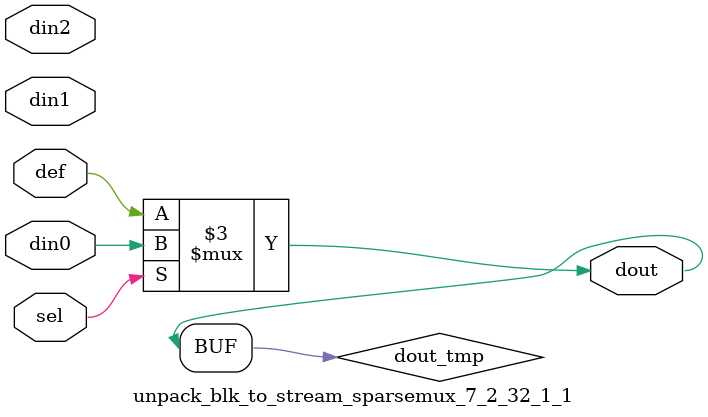
<source format=v>
`timescale 1ns / 1ps

module unpack_blk_to_stream_sparsemux_7_2_32_1_1 (din0,din1,din2,def,sel,dout);

parameter din0_WIDTH = 1;

parameter din1_WIDTH = 1;

parameter din2_WIDTH = 1;

parameter def_WIDTH = 1;
parameter sel_WIDTH = 1;
parameter dout_WIDTH = 1;

parameter [sel_WIDTH-1:0] CASE0 = 1;

parameter [sel_WIDTH-1:0] CASE1 = 1;

parameter [sel_WIDTH-1:0] CASE2 = 1;

parameter ID = 1;
parameter NUM_STAGE = 1;



input [din0_WIDTH-1:0] din0;

input [din1_WIDTH-1:0] din1;

input [din2_WIDTH-1:0] din2;

input [def_WIDTH-1:0] def;
input [sel_WIDTH-1:0] sel;

output [dout_WIDTH-1:0] dout;



reg [dout_WIDTH-1:0] dout_tmp;


always @ (*) begin
(* parallel_case *) case (sel)
    
    CASE0 : dout_tmp = din0;
    
    CASE1 : dout_tmp = din1;
    
    CASE2 : dout_tmp = din2;
    
    default : dout_tmp = def;
endcase
end


assign dout = dout_tmp;



endmodule

</source>
